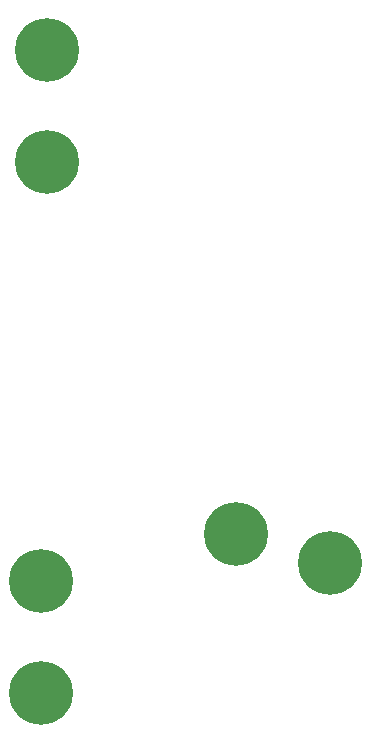
<source format=gbr>
G04 #@! TF.GenerationSoftware,KiCad,Pcbnew,(5.0.0)*
G04 #@! TF.CreationDate,2018-12-18T17:12:43+00:00*
G04 #@! TF.ProjectId,lm3150,6C6D333135302E6B696361645F706362,rev?*
G04 #@! TF.SameCoordinates,Original*
G04 #@! TF.FileFunction,Soldermask,Bot*
G04 #@! TF.FilePolarity,Negative*
%FSLAX46Y46*%
G04 Gerber Fmt 4.6, Leading zero omitted, Abs format (unit mm)*
G04 Created by KiCad (PCBNEW (5.0.0)) date 12/18/18 17:12:43*
%MOMM*%
%LPD*%
G01*
G04 APERTURE LIST*
%ADD10C,5.400000*%
G04 APERTURE END LIST*
D10*
G04 #@! TO.C,MH1*
X100000000Y-51000000D03*
G04 #@! TD*
G04 #@! TO.C,MH2*
X100000000Y-41500000D03*
G04 #@! TD*
G04 #@! TO.C,MH3*
X116000000Y-82500000D03*
G04 #@! TD*
G04 #@! TO.C,MH4*
X124000000Y-85000000D03*
G04 #@! TD*
G04 #@! TO.C,MH5*
X99500000Y-96000000D03*
G04 #@! TD*
G04 #@! TO.C,MH6*
X99500000Y-86500000D03*
G04 #@! TD*
M02*

</source>
